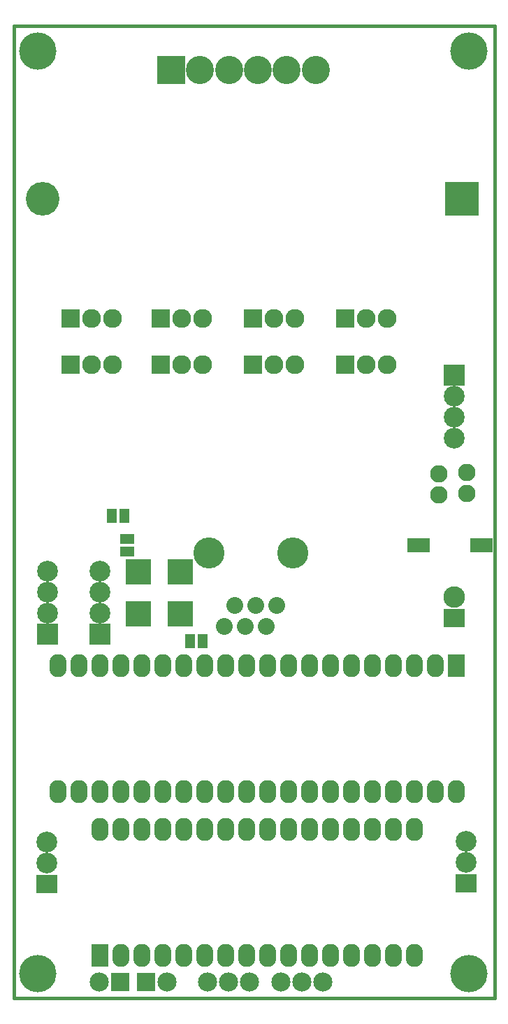
<source format=gts>
G04 (created by PCBNEW-RS274X (2011-04-29 BZR 2986)-stable) date 29/01/2012 21:43:35*
G01*
G70*
G90*
%MOIN*%
G04 Gerber Fmt 3.4, Leading zero omitted, Abs format*
%FSLAX34Y34*%
G04 APERTURE LIST*
%ADD10C,0.006000*%
%ADD11C,0.015000*%
%ADD12C,0.083000*%
%ADD13R,0.082000X0.110000*%
%ADD14O,0.082000X0.110000*%
%ADD15R,0.102700X0.090900*%
%ADD16C,0.102700*%
%ADD17R,0.098700X0.090900*%
%ADD18C,0.098700*%
%ADD19R,0.045000X0.065000*%
%ADD20R,0.065000X0.045000*%
%ADD21R,0.134200X0.134200*%
%ADD22C,0.134200*%
%ADD23R,0.098700X0.098700*%
%ADD24C,0.090000*%
%ADD25R,0.090000X0.090000*%
%ADD26C,0.080000*%
%ADD27C,0.148000*%
%ADD28R,0.160000X0.160000*%
%ADD29C,0.160000*%
%ADD30C,0.177500*%
%ADD31R,0.110600X0.071200*%
%ADD32R,0.090900X0.090900*%
%ADD33C,0.090900*%
%ADD34R,0.120000X0.120000*%
G04 APERTURE END LIST*
G54D10*
G54D11*
X07275Y-17550D02*
X30225Y-17550D01*
X30225Y-17550D02*
X30225Y-63850D01*
X30225Y-63850D02*
X07275Y-63850D01*
X07275Y-63850D02*
X07275Y-17550D01*
X07275Y-17550D02*
X07300Y-17550D01*
G54D12*
X27550Y-38875D03*
X27550Y-39875D03*
G54D13*
X11400Y-61825D03*
G54D14*
X12400Y-61825D03*
X13400Y-61825D03*
X14400Y-61825D03*
X15400Y-61825D03*
X16400Y-61825D03*
X17400Y-61825D03*
X18400Y-61825D03*
X19400Y-61825D03*
X20400Y-61825D03*
X21400Y-61825D03*
X22400Y-61825D03*
X23400Y-61825D03*
X24400Y-61825D03*
X25400Y-61825D03*
X26400Y-61825D03*
X26400Y-55825D03*
X25400Y-55825D03*
X24400Y-55825D03*
X23400Y-55825D03*
X22400Y-55825D03*
X21400Y-55825D03*
X20400Y-55825D03*
X19400Y-55825D03*
X18400Y-55825D03*
X17400Y-55825D03*
X16400Y-55825D03*
X15400Y-55825D03*
X14400Y-55825D03*
X13400Y-55825D03*
X12400Y-55825D03*
X11400Y-55825D03*
G54D13*
X28400Y-48025D03*
G54D14*
X27400Y-48025D03*
X26400Y-48025D03*
X25400Y-48025D03*
X24400Y-48025D03*
X23400Y-48025D03*
X22400Y-48025D03*
X21400Y-48025D03*
X20400Y-48025D03*
X19400Y-48025D03*
X18400Y-48025D03*
X17400Y-48025D03*
X16400Y-48025D03*
X15400Y-48025D03*
X14400Y-48025D03*
X13400Y-48025D03*
X12400Y-48025D03*
X11400Y-48025D03*
X10400Y-48025D03*
X09400Y-48025D03*
X09400Y-54025D03*
X10400Y-54025D03*
X11400Y-54025D03*
X12400Y-54025D03*
X13400Y-54025D03*
X14400Y-54025D03*
X15400Y-54025D03*
X16400Y-54025D03*
X17400Y-54025D03*
X18400Y-54025D03*
X19400Y-54025D03*
X20400Y-54025D03*
X21400Y-54025D03*
X22400Y-54025D03*
X23400Y-54025D03*
X24400Y-54025D03*
X25400Y-54025D03*
X26400Y-54025D03*
X27400Y-54025D03*
X28400Y-54025D03*
G54D15*
X28275Y-45750D03*
G54D16*
X28275Y-44750D03*
G54D17*
X08850Y-58425D03*
G54D18*
X08850Y-57425D03*
X08850Y-56425D03*
G54D17*
X28850Y-58375D03*
G54D18*
X28850Y-57375D03*
X28850Y-56375D03*
G54D19*
X15675Y-46850D03*
X16275Y-46850D03*
G54D20*
X12675Y-42575D03*
X12675Y-41975D03*
G54D21*
X14775Y-19650D03*
G54D22*
X16150Y-19650D03*
X17550Y-19650D03*
X18925Y-19650D03*
X20300Y-19650D03*
X21675Y-19650D03*
G54D23*
X28300Y-34175D03*
G54D18*
X28300Y-35175D03*
X28300Y-36175D03*
X28300Y-37175D03*
G54D12*
X28900Y-38825D03*
X28900Y-39825D03*
G54D19*
X11950Y-40875D03*
X12550Y-40875D03*
G54D24*
X25075Y-31500D03*
X24075Y-31500D03*
G54D25*
X23075Y-31500D03*
G54D24*
X25075Y-33700D03*
X24075Y-33700D03*
G54D25*
X23075Y-33700D03*
G54D24*
X11975Y-31500D03*
X10975Y-31500D03*
G54D25*
X09975Y-31500D03*
G54D24*
X16275Y-31500D03*
X15275Y-31500D03*
G54D25*
X14275Y-31500D03*
G54D24*
X11975Y-33700D03*
X10975Y-33700D03*
G54D25*
X09975Y-33700D03*
G54D24*
X16275Y-33700D03*
X15275Y-33700D03*
G54D25*
X14275Y-33700D03*
G54D24*
X20675Y-31500D03*
X19675Y-31500D03*
G54D25*
X18675Y-31500D03*
G54D24*
X20675Y-33700D03*
X19675Y-33700D03*
G54D25*
X18675Y-33700D03*
G54D26*
X18825Y-45150D03*
X17825Y-45150D03*
X19825Y-45150D03*
X17325Y-46150D03*
X18325Y-46150D03*
X19325Y-46150D03*
G54D27*
X20575Y-42650D03*
X16575Y-42650D03*
G54D28*
X28650Y-25775D03*
G54D29*
X08650Y-25775D03*
G54D30*
X08425Y-18750D03*
X28975Y-18750D03*
X28975Y-62700D03*
X08425Y-62700D03*
G54D23*
X08900Y-46525D03*
G54D18*
X08900Y-45525D03*
X08900Y-44525D03*
X08900Y-43525D03*
G54D31*
X29600Y-42275D03*
X26600Y-42275D03*
G54D32*
X13600Y-63075D03*
G54D33*
X14600Y-63075D03*
G54D32*
X12350Y-63075D03*
G54D33*
X11350Y-63075D03*
G54D23*
X11400Y-46525D03*
G54D18*
X11400Y-45525D03*
X11400Y-44525D03*
X11400Y-43525D03*
G54D33*
X22025Y-63075D03*
X21025Y-63075D03*
X20025Y-63075D03*
X18525Y-63075D03*
X17525Y-63075D03*
X16525Y-63075D03*
G54D34*
X15225Y-43550D03*
X15225Y-45550D03*
X13225Y-45550D03*
X13225Y-43550D03*
M02*

</source>
